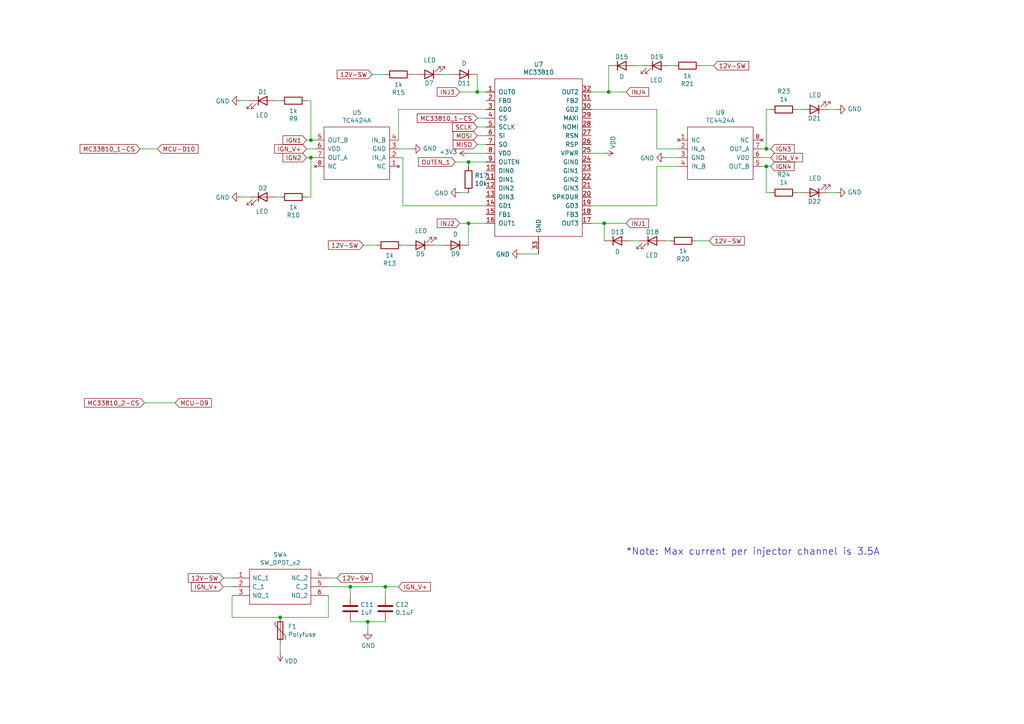
<source format=kicad_sch>
(kicad_sch (version 20250114) (generator "eeschema") (generator_version "9.0")
  (paper "A4")
  (lib_symbols
    (symbol "Device:C" (pin_numbers (hide yes)) (pin_names (offset 0.254))
      (property "Reference" "C" (at 0.635 2.54 0))
      (property "Value" "C" (at 0.635 -2.54 0))
      (symbol "C_0_1"
        (polyline (pts (xy -2.032 0.762) (xy 2.032 0.762)) (stroke (width 0.508)))
        (polyline (pts (xy -2.032 -0.762) (xy 2.032 -0.762)) (stroke (width 0.508)))
      )
      (symbol "C_1_1"
        (pin passive line (at 0 3.81 270) (length 2.794) (name "~") (number "1"))
        (pin passive line (at 0 -3.81 90) (length 2.794) (name "~") (number "2"))
      )
    )
    (symbol "Device:D" (pin_numbers (hide yes)) (pin_names (offset 1.016) (hide yes))
      (property "Reference" "D" (at 0 2.54 0))
      (property "Value" "D" (at 0 -2.54 0))
      (symbol "D_0_1"
        (polyline (pts (xy -1.27 1.27) (xy -1.27 -1.27)) (stroke (width 0.254)))
        (polyline (pts (xy 1.27 1.27) (xy 1.27 -1.27) (xy -1.27 0) (xy 1.27 1.27)) (stroke (width 0.254)))
        (polyline (pts (xy 1.27 0) (xy -1.27 0)))
      )
      (symbol "D_1_1"
        (pin passive line (at -3.81 0 0) (length 2.54) (name "K") (number "1"))
        (pin passive line (at 3.81 0 180) (length 2.54) (name "A") (number "2"))
      )
    )
    (symbol "Device:LED" (pin_numbers (hide yes)) (pin_names (offset 1.016) (hide yes))
      (property "Reference" "D" (at 0 2.54 0))
      (property "Value" "LED" (at 0 -2.54 0))
      (symbol "LED_0_1"
        (polyline (pts (xy -3.048 -0.762) (xy -4.572 -2.286) (xy -3.81 -2.286) (xy -4.572 -2.286) (xy -4.572 -1.524)))
        (polyline (pts (xy -1.778 -0.762) (xy -3.302 -2.286) (xy -2.54 -2.286) (xy -3.302 -2.286) (xy -3.302 -1.524)))
        (polyline (pts (xy -1.27 0) (xy 1.27 0)))
        (polyline (pts (xy -1.27 -1.27) (xy -1.27 1.27)) (stroke (width 0.254)))
        (polyline (pts (xy 1.27 -1.27) (xy 1.27 1.27) (xy -1.27 0) (xy 1.27 -1.27)) (stroke (width 0.254)))
      )
      (symbol "LED_1_1"
        (pin passive line (at -3.81 0 0) (length 2.54) (name "K") (number "1"))
        (pin passive line (at 3.81 0 180) (length 2.54) (name "A") (number "2"))
      )
    )
    (symbol "Device:Polyfuse" (pin_numbers (hide yes)) (pin_names (offset 0))
      (property "Reference" "F" (at -2.54 0 90))
      (property "Value" "Polyfuse" (at 2.54 0 90))
      (symbol "Polyfuse_0_1"
        (polyline (pts (xy -1.524 2.54) (xy -1.524 1.524) (xy 1.524 -1.524) (xy 1.524 -2.54)))
        (rectangle (start -0.762 2.54) (end 0.762 -2.54) (stroke (width 0.254)))
        (polyline (pts (xy 0 2.54) (xy 0 -2.54)))
      )
      (symbol "Polyfuse_1_1"
        (pin passive line (at 0 3.81 270) (length 1.27) (name "~") (number "1"))
        (pin passive line (at 0 -3.81 90) (length 1.27) (name "~") (number "2"))
      )
    )
    (symbol "Device:R" (pin_numbers (hide yes)) (pin_names (offset 0))
      (property "Reference" "R" (at 2.032 0 90))
      (property "Value" "R" (at 0 0 90))
      (symbol "R_0_1"
        (rectangle (start -1.016 -2.54) (end 1.016 2.54) (stroke (width 0.254)))
      )
      (symbol "R_1_1"
        (pin passive line (at 0 3.81 270) (length 1.27) (name "~") (number "1"))
        (pin passive line (at 0 -3.81 90) (length 1.27) (name "~") (number "2"))
      )
    )
    (symbol "IC_Automotive:MC33810" (pin_names (offset 1.016))
      (property "Reference" "U" (at 20.32 17.78 0))
      (property "Value" "MC33810" (at -12.7 34.29 0))
      (symbol "MC33810_0_0"
        (pin power_in line (at -12.7 -13.97 90) (length 5.08) (name "GND") (number "33"))
      )
      (symbol "MC33810_0_1"
        (rectangle (start -25.4 36.83) (end 0 -8.89))
      )
      (symbol "MC33810_1_1"
        (pin output line (at -27.94 33.02 0) (length 2.54) (name "OUT0") (number "1"))
        (pin input line (at -27.94 30.48 0) (length 2.54) (name "FB0") (number "2"))
        (pin output line (at -27.94 27.94 0) (length 2.54) (name "GD0") (number "3"))
        (pin input line (at -27.94 25.4 0) (length 2.54) (name "CS") (number "4"))
        (pin input line (at -27.94 22.86 0) (length 2.54) (name "SCLK") (number "5"))
        (pin input line (at -27.94 20.32 0) (length 2.54) (name "SI") (number "6"))
        (pin output line (at -27.94 17.78 0) (length 2.54) (name "SO") (number "7"))
        (pin input line (at -27.94 15.24 0) (length 2.54) (name "VDD") (number "8"))
        (pin input line (at -27.94 12.7 0) (length 2.54) (name "OUTEN") (number "9"))
        (pin input line (at -27.94 10.16 0) (length 2.54) (name "DIN0") (number "10"))
        (pin input line (at -27.94 7.62 0) (length 2.54) (name "DIN1") (number "11"))
        (pin input line (at -27.94 5.08 0) (length 2.54) (name "DIN2") (number "12"))
        (pin input line (at -27.94 2.54 0) (length 2.54) (name "DIN3") (number "13"))
        (pin output line (at -27.94 0 0) (length 2.54) (name "GD1") (number "14"))
        (pin input line (at -27.94 -2.54 0) (length 2.54) (name "FB1") (number "15"))
        (pin output line (at -27.94 -5.08 0) (length 2.54) (name "OUT1") (number "16"))
        (pin output line (at 2.54 33.02 180) (length 2.54) (name "OUT2") (number "32"))
        (pin input line (at 2.54 30.48 180) (length 2.54) (name "FB2") (number "31"))
        (pin output line (at 2.54 27.94 180) (length 2.54) (name "GD2") (number "30"))
        (pin output line (at 2.54 25.4 180) (length 2.54) (name "MAXI") (number "29"))
        (pin output line (at 2.54 22.86 180) (length 2.54) (name "NOMI") (number "28"))
        (pin input line (at 2.54 20.32 180) (length 2.54) (name "RSN") (number "27"))
        (pin input line (at 2.54 17.78 180) (length 2.54) (name "RSP") (number "26"))
        (pin power_in line (at 2.54 15.24 180) (length 2.54) (name "VPWR") (number "25"))
        (pin input line (at 2.54 12.7 180) (length 2.54) (name "GIN0") (number "24"))
        (pin input line (at 2.54 10.16 180) (length 2.54) (name "GIN1") (number "23"))
        (pin input line (at 2.54 7.62 180) (length 2.54) (name "GIN2") (number "22"))
        (pin input line (at 2.54 5.08 180) (length 2.54) (name "GIN3") (number "21"))
        (pin output line (at 2.54 2.54 180) (length 2.54) (name "SPKDUR") (number "20"))
        (pin output line (at 2.54 0 180) (length 2.54) (name "GD3") (number "19"))
        (pin input line (at 2.54 -2.54 180) (length 2.54) (name "FB3") (number "18"))
        (pin output line (at 2.54 -5.08 180) (length 2.54) (name "OUT3") (number "17"))
      )
    )
    (symbol "IC_Automotive:TC4424A" (pin_names (offset 1.016))
      (property "Reference" "U" (at -7.62 38.1 0))
      (property "Value" "TC4424A" (at -15.24 38.1 0))
      (symbol "TC4424A_0_1"
        (rectangle (start -25.4 36.83) (end -6.35 21.59))
      )
      (symbol "TC4424A_1_1"
        (pin no_connect line (at -27.94 33.02 0) (length 2.54) (name "NC") (number "1"))
        (pin input line (at -27.94 30.48 0) (length 2.54) (name "IN_A") (number "2"))
        (pin power_in line (at -27.94 27.94 0) (length 2.54) (name "GND") (number "3"))
        (pin input line (at -27.94 25.4 0) (length 2.54) (name "IN_B") (number "4"))
        (pin no_connect line (at -3.81 33.02 180) (length 2.54) (name "NC") (number "8"))
        (pin output line (at -3.81 30.48 180) (length 2.54) (name "OUT_A") (number "7"))
        (pin power_in line (at -3.81 27.94 180) (length 2.54) (name "VDD") (number "6"))
        (pin input line (at -3.81 25.4 180) (length 2.54) (name "OUT_B") (number "5"))
      )
    )
    (symbol "Misc:AYZ0202AGRLC" (pin_names (offset 0.762))
      (property "Reference" "S" (at 24.13 7.62 0))
      (property "Value" "AYZ0202AGRLC" (at 24.13 5.08 0))
      (symbol "AYZ0202AGRLC_0_0"
        (pin bidirectional line (at 0 0 0) (length 5.08) (name "NC_1") (number "1"))
        (pin bidirectional line (at 0 -2.54 0) (length 5.08) (name "C_1") (number "2"))
        (pin bidirectional line (at 0 -5.08 0) (length 5.08) (name "NO_1") (number "3"))
        (pin bidirectional line (at 27.94 0 180) (length 5.08) (name "NC_2") (number "4"))
        (pin bidirectional line (at 27.94 -2.54 180) (length 5.08) (name "C_2") (number "5"))
        (pin bidirectional line (at 27.94 -5.08 180) (length 5.08) (name "NO_2") (number "6"))
      )
      (symbol "AYZ0202AGRLC_0_1"
        (polyline (pts (xy 5.08 2.54) (xy 22.86 2.54) (xy 22.86 -7.62) (xy 5.08 -7.62) (xy 5.08 2.54)) (stroke (width 0.1524)))
      )
    )
    (symbol "power:+3V3" (power) (pin_names (offset 0))
      (property "Value" "+3V3" (at 0 3.556 0))
      (symbol "+3V3_0_1"
        (polyline (pts (xy -0.762 1.27) (xy 0 2.54)))
        (polyline (pts (xy 0 2.54) (xy 0.762 1.27)))
        (polyline (pts (xy 0 0) (xy 0 2.54)))
      )
      (symbol "+3V3_1_1"
        (pin power_in line (at 0 0 90) (length 0) (hide yes) (name "+3V3") (number "1"))
      )
    )
    (symbol "power:GND" (power) (pin_names (offset 0))
      (property "Value" "GND" (at 0 -3.81 0))
      (symbol "GND_0_1"
        (polyline (pts (xy 0 0) (xy 0 -1.27) (xy 1.27 -1.27) (xy 0 -2.54) (xy -1.27 -1.27) (xy 0 -1.27)))
      )
      (symbol "GND_1_1"
        (pin power_in line (at 0 0 270) (length 0) (hide yes) (name "GND") (number "1"))
      )
    )
    (symbol "power:VDD" (power) (pin_names (offset 0))
      (property "Value" "VDD" (at 0 3.81 0))
      (symbol "VDD_0_1"
        (polyline (pts (xy -0.762 1.27) (xy 0 2.54)))
        (polyline (pts (xy 0 2.54) (xy 0.762 1.27)))
        (polyline (pts (xy 0 0) (xy 0 2.54)))
      )
      (symbol "VDD_1_1"
        (pin power_in line (at 0 0 90) (length 0) (hide yes) (name "VDD") (number "1"))
      )
    )
  )
  (text "*Note: Max current per injector channel is 3.5A" (at 181.61 161.29 0) (effects (font (size 2.0066 2.0066)) (justify left bottom)))
  (junction (at 135.89 46.99))
  (junction (at 222.25 48.26))
  (junction (at 138.43 26.67))
  (junction (at 90.17 40.64))
  (junction (at 81.28 179.07))
  (junction (at 222.25 43.18))
  (junction (at 135.89 64.77))
  (junction (at 111.76 170.18))
  (junction (at 175.26 64.77))
  (junction (at 101.6 170.18))
  (junction (at 90.17 45.72))
  (junction (at 176.53 26.67))
  (junction (at 106.68 180.34))
  (wire (pts (xy 69.85 29.21) (xy 72.39 29.21)))
  (wire (pts (xy 106.68 180.34) (xy 101.6 180.34)))
  (wire (pts (xy 101.6 172.72) (xy 101.6 170.18)))
  (wire (pts (xy 111.76 172.72) (xy 111.76 170.18)))
  (wire (pts (xy 125.73 71.12) (xy 128.27 71.12)))
  (wire (pts (xy 151.13 73.66) (xy 156.21 73.66)))
  (wire (pts (xy 176.53 26.67) (xy 181.61 26.67)))
  (wire (pts (xy 176.53 19.05) (xy 176.53 26.67)))
  (wire (pts (xy 90.17 29.21) (xy 88.9 29.21)))
  (wire (pts (xy 171.45 26.67) (xy 176.53 26.67)))
  (wire (pts (xy 138.43 39.37) (xy 140.97 39.37)))
  (wire (pts (xy 106.68 182.88) (xy 106.68 180.34)))
  (wire (pts (xy 116.84 59.69) (xy 140.97 59.69)))
  (wire (pts (xy 69.85 57.15) (xy 72.39 57.15)))
  (wire (pts (xy 196.85 48.26) (xy 190.5 48.26)))
  (wire (pts (xy 111.76 180.34) (xy 106.68 180.34)))
  (wire (pts (xy 97.79 167.64) (xy 95.25 167.64)))
  (wire (pts (xy 67.31 179.07) (xy 67.31 172.72)))
  (wire (pts (xy 140.97 31.75) (xy 115.57 31.75)))
  (wire (pts (xy 207.01 19.05) (xy 203.2 19.05)))
  (wire (pts (xy 90.17 45.72) (xy 91.44 45.72)))
  (wire (pts (xy 135.89 64.77) (xy 140.97 64.77)))
  (wire (pts (xy 95.25 179.07) (xy 95.25 172.72)))
  (wire (pts (xy 182.88 69.85) (xy 185.42 69.85)))
  (wire (pts (xy 90.17 57.15) (xy 90.17 45.72)))
  (wire (pts (xy 175.26 44.45) (xy 171.45 44.45)))
  (wire (pts (xy 205.74 69.85) (xy 201.93 69.85)))
  (wire (pts (xy 64.77 170.18) (xy 67.31 170.18)))
  (wire (pts (xy 242.57 55.88) (xy 240.03 55.88)))
  (wire (pts (xy 115.57 170.18) (xy 111.76 170.18)))
  (wire (pts (xy 81.28 57.15) (xy 80.01 57.15)))
  (wire (pts (xy 88.9 40.64) (xy 90.17 40.64)))
  (wire (pts (xy 90.17 57.15) (xy 88.9 57.15)))
  (wire (pts (xy 50.8 116.84) (xy 41.91 116.84)))
  (wire (pts (xy 90.17 29.21) (xy 90.17 40.64)))
  (wire (pts (xy 222.25 55.88) (xy 223.52 55.88)))
  (wire (pts (xy 223.52 45.72) (xy 220.98 45.72)))
  (wire (pts (xy 190.5 59.69) (xy 171.45 59.69)))
  (wire (pts (xy 175.26 69.85) (xy 175.26 64.77)))
  (wire (pts (xy 115.57 31.75) (xy 115.57 40.64)))
  (wire (pts (xy 231.14 31.75) (xy 232.41 31.75)))
  (wire (pts (xy 105.41 71.12) (xy 109.22 71.12)))
  (wire (pts (xy 220.98 48.26) (xy 222.25 48.26)))
  (wire (pts (xy 88.9 43.18) (xy 91.44 43.18)))
  (wire (pts (xy 138.43 26.67) (xy 140.97 26.67)))
  (wire (pts (xy 107.95 21.59) (xy 111.76 21.59)))
  (wire (pts (xy 223.52 43.18) (xy 222.25 43.18)))
  (wire (pts (xy 193.04 45.72) (xy 196.85 45.72)))
  (wire (pts (xy 181.61 64.77) (xy 175.26 64.77)))
  (wire (pts (xy 138.43 36.83) (xy 140.97 36.83)))
  (wire (pts (xy 195.58 19.05) (xy 194.31 19.05)))
  (wire (pts (xy 130.81 21.59) (xy 128.27 21.59)))
  (wire (pts (xy 116.84 45.72) (xy 115.57 45.72)))
  (wire (pts (xy 222.25 48.26) (xy 223.52 48.26)))
  (wire (pts (xy 138.43 34.29) (xy 140.97 34.29)))
  (wire (pts (xy 190.5 48.26) (xy 190.5 59.69)))
  (wire (pts (xy 116.84 71.12) (xy 118.11 71.12)))
  (wire (pts (xy 111.76 170.18) (xy 101.6 170.18)))
  (wire (pts (xy 133.35 55.88) (xy 135.89 55.88)))
  (wire (pts (xy 135.89 44.45) (xy 140.97 44.45)))
  (wire (pts (xy 175.26 64.77) (xy 171.45 64.77)))
  (wire (pts (xy 101.6 170.18) (xy 95.25 170.18)))
  (wire (pts (xy 81.28 179.07) (xy 95.25 179.07)))
  (wire (pts (xy 88.9 45.72) (xy 90.17 45.72)))
  (wire (pts (xy 81.28 29.21) (xy 80.01 29.21)))
  (wire (pts (xy 196.85 43.18) (xy 190.5 43.18)))
  (wire (pts (xy 231.14 55.88) (xy 232.41 55.88)))
  (wire (pts (xy 119.38 43.18) (xy 115.57 43.18)))
  (wire (pts (xy 133.35 26.67) (xy 138.43 26.67)))
  (wire (pts (xy 190.5 31.75) (xy 171.45 31.75)))
  (wire (pts (xy 190.5 43.18) (xy 190.5 31.75)))
  (wire (pts (xy 194.31 69.85) (xy 193.04 69.85)))
  (wire (pts (xy 81.28 189.23) (xy 81.28 186.69)))
  (wire (pts (xy 222.25 31.75) (xy 223.52 31.75)))
  (wire (pts (xy 222.25 31.75) (xy 222.25 43.18)))
  (wire (pts (xy 135.89 71.12) (xy 135.89 64.77)))
  (wire (pts (xy 133.35 64.77) (xy 135.89 64.77)))
  (wire (pts (xy 242.57 31.75) (xy 240.03 31.75)))
  (wire (pts (xy 40.64 43.18) (xy 45.72 43.18)))
  (wire (pts (xy 81.28 179.07) (xy 67.31 179.07)))
  (wire (pts (xy 138.43 41.91) (xy 140.97 41.91)))
  (wire (pts (xy 67.31 167.64) (xy 64.77 167.64)))
  (wire (pts (xy 138.43 21.59) (xy 138.43 26.67)))
  (wire (pts (xy 135.89 48.26) (xy 135.89 46.99)))
  (wire (pts (xy 184.15 19.05) (xy 186.69 19.05)))
  (wire (pts (xy 135.89 46.99) (xy 140.97 46.99)))
  (wire (pts (xy 132.08 46.99) (xy 135.89 46.99)))
  (wire (pts (xy 90.17 40.64) (xy 91.44 40.64)))
  (wire (pts (xy 222.25 55.88) (xy 222.25 48.26)))
  (wire (pts (xy 116.84 59.69) (xy 116.84 45.72)))
  (wire (pts (xy 222.25 43.18) (xy 220.98 43.18)))
  (wire (pts (xy 119.38 21.59) (xy 120.65 21.59)))
  (global_label "IGN2" (shape input) (at 88.9 45.72 180) (property "Intersheetrefs" "${INTERSHEET_REFS}" (effects (hide yes))))
  (global_label "IGN_V+" (shape input) (at 64.77 170.18 180) (property "Intersheetrefs" "${INTERSHEET_REFS}" (effects (hide yes))))
  (global_label "12V-SW" (shape input) (at 207.01 19.05 0) (property "Intersheetrefs" "${INTERSHEET_REFS}" (effects (hide yes))))
  (global_label "MOSI" (shape input) (at 138.43 39.37 180) (property "Intersheetrefs" "${INTERSHEET_REFS}" (effects (hide yes))))
  (global_label "INJ3" (shape input) (at 133.35 26.67 180) (property "Intersheetrefs" "${INTERSHEET_REFS}" (effects (hide yes))))
  (global_label "INJ4" (shape input) (at 181.61 26.67 0) (property "Intersheetrefs" "${INTERSHEET_REFS}" (effects (hide yes))))
  (global_label "MISO" (shape input) (at 138.43 41.91 180) (property "Intersheetrefs" "${INTERSHEET_REFS}" (effects (hide yes))))
  (global_label "12V-SW" (shape input) (at 107.95 21.59 180) (property "Intersheetrefs" "${INTERSHEET_REFS}" (effects (hide yes))))
  (global_label "INJ1" (shape input) (at 181.61 64.77 0) (property "Intersheetrefs" "${INTERSHEET_REFS}" (effects (hide yes))))
  (global_label "IGN4" (shape input) (at 223.52 48.26 0) (property "Intersheetrefs" "${INTERSHEET_REFS}" (effects (hide yes))))
  (global_label "12V-SW" (shape input) (at 64.77 167.64 180) (property "Intersheetrefs" "${INTERSHEET_REFS}" (effects (hide yes))))
  (global_label "MC33810_1-CS" (shape input) (at 40.64 43.18 180) (property "Intersheetrefs" "${INTERSHEET_REFS}" (effects (hide yes))))
  (global_label "MC33810_1-CS" (shape input) (at 138.43 34.29 180) (property "Intersheetrefs" "${INTERSHEET_REFS}" (effects (hide yes))))
  (global_label "INJ2" (shape input) (at 133.35 64.77 180) (property "Intersheetrefs" "${INTERSHEET_REFS}" (effects (hide yes))))
  (global_label "IGN_V+" (shape input) (at 115.57 170.18 0) (property "Intersheetrefs" "${INTERSHEET_REFS}" (effects (hide yes))))
  (global_label "IGN3" (shape input) (at 223.52 43.18 0) (property "Intersheetrefs" "${INTERSHEET_REFS}" (effects (hide yes))))
  (global_label "IGN1" (shape input) (at 88.9 40.64 180) (property "Intersheetrefs" "${INTERSHEET_REFS}" (effects (hide yes))))
  (global_label "MCU-D10" (shape input) (at 45.72 43.18 0) (property "Intersheetrefs" "${INTERSHEET_REFS}" (effects (hide yes))))
  (global_label "OUTEN_1" (shape input) (at 132.08 46.99 180) (property "Intersheetrefs" "${INTERSHEET_REFS}" (effects (hide yes))))
  (global_label "MC33810_2-CS" (shape input) (at 41.91 116.84 180) (property "Intersheetrefs" "${INTERSHEET_REFS}" (effects (hide yes))))
  (global_label "12V-SW" (shape input) (at 105.41 71.12 180) (property "Intersheetrefs" "${INTERSHEET_REFS}" (effects (hide yes))))
  (global_label "IGN_V+" (shape input) (at 88.9 43.18 180) (property "Intersheetrefs" "${INTERSHEET_REFS}" (effects (hide yes))))
  (global_label "12V-SW" (shape input) (at 205.74 69.85 0) (property "Intersheetrefs" "${INTERSHEET_REFS}" (effects (hide yes))))
  (global_label "SCLK" (shape input) (at 138.43 36.83 180) (property "Intersheetrefs" "${INTERSHEET_REFS}" (effects (hide yes))))
  (global_label "IGN_V+" (shape input) (at 223.52 45.72 0) (property "Intersheetrefs" "${INTERSHEET_REFS}" (effects (hide yes))))
  (global_label "12V-SW" (shape input) (at 97.79 167.64 0) (property "Intersheetrefs" "${INTERSHEET_REFS}" (effects (hide yes))))
  (global_label "MCU-D9" (shape input) (at 50.8 116.84 0) (property "Intersheetrefs" "${INTERSHEET_REFS}" (effects (hide yes))))
  (symbol (lib_id "power:GND") (at 133.35 55.88 270) (unit 1)
    (property "Reference" "#PWR037" (effects (hide yes)))
    (property "Value" "GND" (at 130.0988 56.007 90) (effects (justify right)))
  )
  (symbol (lib_id "Device:R") (at 85.09 29.21 90) (unit 1)
    (property "Reference" "R9" (at 85.09 34.4678 90))
    (property "Value" "1k" (at 85.09 32.1564 90))
    (property "Footprint" "Resistor_SMD:R_0805_2012Metric" (effects (hide yes)))
    (property "Digikey Part Number" "311-1.00KCRCT-ND" (effects (hide yes)))
    (property "Manufacturer_Name" "Yageo" (effects (hide yes)))
    (property "Manufacturer_Part_Number" "RC0805FR-071KL" (effects (hide yes)))
    (property "URL" "https://www.digikey.com/product-detail/en/yageo/RC0805FR-071KL/311-1.00KCRCT-ND/730391" (effects (hide yes)))
  )
  (symbol (lib_id "Device:R") (at 135.89 52.07 0) (unit 1)
    (property "Reference" "R17" (at 137.668 50.9016 0) (effects (justify left)))
    (property "Value" "10k" (at 137.668 53.213 0) (effects (justify left)))
    (property "Footprint" "Resistor_SMD:R_0805_2012Metric" (effects (hide yes)))
    (property "Digikey Part Number" "311-10KARCT-ND" (effects (hide yes)))
    (property "Manufacturer_Name" "Yageo" (effects (hide yes)))
    (property "Manufacturer_Part_Number" "RC0805JR-0710KL" (effects (hide yes)))
    (property "URL" "https://www.digikey.com/product-detail/en/yageo/RC0805JR-0710KL/311-10KARCT-ND/731188" (effects (hide yes)))
  )
  (symbol (lib_id "Device:LED") (at 190.5 19.05 0) (unit 1)
    (property "Reference" "D19" (at 190.5 16.51 0))
    (property "Value" "LED" (at 190.3222 23.2156 0))
    (property "Footprint" "LED_SMD:LED_0805_2012Metric" (effects (hide yes)))
    (property "Digikey Part Number" "475-1415-1-ND" (effects (hide yes)))
    (property "Manufacturer_Name" "OSRAM" (effects (hide yes)))
    (property "Manufacturer_Part_Number" "LH R974-LP-1" (effects (hide yes)))
    (property "URL" "https://www.digikey.com/product-detail/en/osram-opto-semiconductors-inc/LH-R974-LP-1/475-1415-1-ND/1802604" (effects (hide yes)))
  )
  (symbol (lib_id "Device:Polyfuse") (at 81.28 182.88 0) (unit 1)
    (property "Reference" "F1" (at 83.5152 181.7116 0) (effects (justify left)))
    (property "Value" "Polyfuse" (at 83.5152 184.023 0) (effects (justify left)))
    (property "Footprint" "Fuse:Fuse_1812_4532Metric" (effects (hide yes)))
    (property "Digikey Part Number" "507-1361-1-ND" (effects (hide yes)))
    (property "Manufacturer_Name" "Bel Fuse Inc." (effects (hide yes)))
    (property "Manufacturer_Part_Number" "0ZCC0050FF2C" (effects (hide yes)))
    (property "URL" "https://www.digikey.com.au/product-detail/en/bel-fuse-inc/0ZCC0050FF2C/507-1361-1-ND/1560228" (effects (hide yes)))
  )
  (symbol (lib_id "Device:R") (at 198.12 69.85 90) (unit 1)
    (property "Reference" "R20" (at 198.12 75.1078 90))
    (property "Value" "1k" (at 198.12 72.7964 90))
    (property "Footprint" "Resistor_SMD:R_0805_2012Metric" (effects (hide yes)))
    (property "Digikey Part Number" "311-1.00KCRCT-ND" (effects (hide yes)))
    (property "Manufacturer_Name" "Yageo" (effects (hide yes)))
    (property "Manufacturer_Part_Number" "RC0805FR-071KL" (effects (hide yes)))
    (property "URL" "https://www.digikey.com/product-detail/en/yageo/RC0805FR-071KL/311-1.00KCRCT-ND/730391" (effects (hide yes)))
  )
  (symbol (lib_id "Device:R") (at 113.03 71.12 270) (mirror x) (unit 1)
    (property "Reference" "R13" (at 113.03 76.3778 90))
    (property "Value" "1k" (at 113.03 74.0664 90))
    (property "Footprint" "Resistor_SMD:R_0805_2012Metric" (effects (hide yes)))
    (property "Digikey Part Number" "311-1.00KCRCT-ND" (effects (hide yes)))
    (property "Manufacturer_Name" "Yageo" (effects (hide yes)))
    (property "Manufacturer_Part_Number" "RC0805FR-071KL" (effects (hide yes)))
    (property "URL" "https://www.digikey.com/product-detail/en/yageo/RC0805FR-071KL/311-1.00KCRCT-ND/730391" (effects (hide yes)))
  )
  (symbol (lib_id "Device:LED") (at 121.92 71.12 180) (unit 1)
    (property "Reference" "D5" (at 121.92 73.66 0))
    (property "Value" "LED" (at 122.0978 66.9544 0))
    (property "Footprint" "LED_SMD:LED_0805_2012Metric" (effects (hide yes)))
    (property "Digikey Part Number" "475-1415-1-ND" (effects (hide yes)))
    (property "Manufacturer_Name" "OSRAM" (effects (hide yes)))
    (property "Manufacturer_Part_Number" "LH R974-LP-1" (effects (hide yes)))
    (property "URL" "https://www.digikey.com/product-detail/en/osram-opto-semiconductors-inc/LH-R974-LP-1/475-1415-1-ND/1802604" (effects (hide yes)))
  )
  (symbol (lib_id "power:+3V3") (at 135.89 44.45 90) (unit 1)
    (property "Reference" "#PWR039" (effects (hide yes)))
    (property "Value" "+3V3" (at 132.6388 44.069 90) (effects (justify left)))
  )
  (symbol (lib_id "power:VDD") (at 175.26 44.45 270) (unit 1)
    (property "Reference" "#PWR043" (effects (hide yes)))
    (property "Value" "VDD" (at 177.8 39.37 0) (effects (justify left)))
  )
  (symbol (lib_id "Device:LED") (at 76.2 29.21 0) (unit 1)
    (property "Reference" "D1" (at 76.2 26.67 0))
    (property "Value" "LED" (at 76.0222 33.3756 0))
    (property "Footprint" "LED_SMD:LED_0805_2012Metric" (effects (hide yes)))
    (property "Digikey Part Number" "SML-H12D8TT86CCT-ND" (effects (hide yes)))
    (property "Manufacturer_Name" "Rohm Semiconductor" (effects (hide yes)))
    (property "Manufacturer_Part_Number" "SML-H12D8TT86C" (effects (hide yes)))
    (property "URL" "https://www.digikey.com.au/product-detail/en/rohm-semiconductor/SML-H12D8TT86C/SML-H12D8TT86CCT-ND/9090486" (effects (hide yes)))
  )
  (symbol (lib_id "Device:LED") (at 189.23 69.85 0) (unit 1)
    (property "Reference" "D18" (at 189.23 67.31 0))
    (property "Value" "LED" (at 189.0522 74.0156 0))
    (property "Footprint" "LED_SMD:LED_0805_2012Metric" (effects (hide yes)))
    (property "Digikey Part Number" "475-1415-1-ND" (effects (hide yes)))
    (property "Manufacturer_Name" "OSRAM" (effects (hide yes)))
    (property "Manufacturer_Part_Number" "LH R974-LP-1" (effects (hide yes)))
    (property "URL" "https://www.digikey.com/product-detail/en/osram-opto-semiconductors-inc/LH-R974-LP-1/475-1415-1-ND/1802604" (effects (hide yes)))
  )
  (symbol (lib_id "Device:LED") (at 124.46 21.59 180) (unit 1)
    (property "Reference" "D7" (at 124.46 24.13 0))
    (property "Value" "LED" (at 124.6378 17.4244 0))
    (property "Footprint" "LED_SMD:LED_0805_2012Metric" (effects (hide yes)))
    (property "Digikey Part Number" "475-1415-1-ND" (effects (hide yes)))
    (property "Manufacturer_Name" "OSRAM" (effects (hide yes)))
    (property "Manufacturer_Part_Number" "LH R974-LP-1" (effects (hide yes)))
    (property "URL" "https://www.digikey.com/product-detail/en/osram-opto-semiconductors-inc/LH-R974-LP-1/475-1415-1-ND/1802604" (effects (hide yes)))
  )
  (symbol (lib_id "Device:R") (at 227.33 31.75 270) (unit 1)
    (property "Reference" "R23" (at 227.33 26.4922 90))
    (property "Value" "1k" (at 227.33 28.8036 90))
    (property "Footprint" "Resistor_SMD:R_0805_2012Metric" (effects (hide yes)))
    (property "Digikey Part Number" "311-1.00KCRCT-ND" (effects (hide yes)))
    (property "Manufacturer_Name" "Yageo" (effects (hide yes)))
    (property "Manufacturer_Part_Number" "RC0805FR-071KL" (effects (hide yes)))
    (property "URL" "https://www.digikey.com/product-detail/en/yageo/RC0805FR-071KL/311-1.00KCRCT-ND/730391" (effects (hide yes)))
  )
  (symbol (lib_id "Device:LED") (at 236.22 55.88 180) (unit 1)
    (property "Reference" "D22" (at 236.22 58.42 0))
    (property "Value" "LED" (at 236.3978 51.7144 0))
    (property "Footprint" "LED_SMD:LED_0805_2012Metric" (effects (hide yes)))
    (property "Digikey Part Number" "SML-H12D8TT86CCT-ND" (effects (hide yes)))
    (property "Manufacturer_Name" "Rohm Semiconductor" (effects (hide yes)))
    (property "Manufacturer_Part_Number" "SML-H12D8TT86C" (effects (hide yes)))
    (property "URL" "https://www.digikey.com.au/product-detail/en/rohm-semiconductor/SML-H12D8TT86C/SML-H12D8TT86CCT-ND/9090486" (effects (hide yes)))
  )
  (symbol (lib_id "Device:R") (at 199.39 19.05 90) (unit 1)
    (property "Reference" "R21" (at 199.39 24.3078 90))
    (property "Value" "1k" (at 199.39 21.9964 90))
    (property "Footprint" "Resistor_SMD:R_0805_2012Metric" (effects (hide yes)))
    (property "Digikey Part Number" "311-1.00KCRCT-ND" (effects (hide yes)))
    (property "Manufacturer_Name" "Yageo" (effects (hide yes)))
    (property "Manufacturer_Part_Number" "RC0805FR-071KL" (effects (hide yes)))
    (property "URL" "https://www.digikey.com/product-detail/en/yageo/RC0805FR-071KL/311-1.00KCRCT-ND/730391" (effects (hide yes)))
  )
  (symbol (lib_id "Device:C") (at 101.6 176.53 0) (unit 1)
    (property "Reference" "C11" (at 104.521 175.3616 0) (effects (justify left)))
    (property "Value" "1uF" (at 104.521 177.673 0) (effects (justify left)))
    (property "Footprint" "Capacitor_SMD:C_0805_2012Metric" (effects (hide yes)))
    (property "Digikey Part Number" "311-1365-1-ND" (effects (hide yes)))
    (property "Manufacturer_Name" "Yageo" (effects (hide yes)))
    (property "Manufacturer_Part_Number" "CC0805KKX7R7BB105" (effects (hide yes)))
    (property "URL" "https://www.digikey.com/product-detail/en/yageo/CC0805KKX7R7BB105/311-1365-1-ND/2103149" (effects (hide yes)))
  )
  (symbol (lib_id "IC_Automotive:TC4424A") (at 87.63 15.24 180) (unit 1)
    (property "Reference" "U5" (at 103.505 32.639 0))
    (property "Value" "TC4424A" (at 103.505 34.9504 0))
    (property "Footprint" "Package_SO:SOIC-8_3.9x4.9mm_P1.27mm" (effects (hide yes)))
    (property "Digikey Part Number" "TC4424AVOA-ND" (effects (hide yes)))
    (property "Manufacturer_Name" "Microchip" (effects (hide yes)))
    (property "Manufacturer_Part_Number" "TC4424AVOA" (effects (hide yes)))
    (property "URL" "https://www.digikey.com/product-detail/en/microchip-technology/TC4424AVOA/TC4424AVOA-ND/1098908" (effects (hide yes)))
  )
  (symbol (lib_id "power:GND") (at 242.57 31.75 90) (unit 1)
    (property "Reference" "#PWR047" (effects (hide yes)))
    (property "Value" "GND" (at 245.8212 31.623 90) (effects (justify right)))
  )
  (symbol (lib_id "Device:D") (at 134.62 21.59 180) (unit 1)
    (property "Reference" "D11" (at 134.62 24.13 0))
    (property "Value" "D" (at 134.62 18.415 0))
    (property "Footprint" "Diode_SMD:D_SOD-323" (effects (hide yes)))
    (property "Digikey Part Number" "1N4448WXTPMSCT-ND" (effects (hide yes)))
    (property "Manufacturer_Name" "MCC" (effects (hide yes)))
    (property "Manufacturer_Part_Number" "1N4448WX-TP" (effects (hide yes)))
    (property "URL" "https://www.digikey.com/product-detail/en/micro-commercial-co/1N4448WX-TP/1N4448WXTPMSCT-ND/789338" (effects (hide yes)))
  )
  (symbol (lib_id "Misc:AYZ0202AGRLC") (at 67.31 167.64 0) (unit 1)
    (property "Reference" "SW4" (at 81.28 160.909 0))
    (property "Value" "SW_DPDT_x2" (at 81.28 163.2204 0))
    (property "Footprint" "Misc:AYZ0202AGRLC" (effects (hide yes)))
    (property "Description" "AYZ0202AGRLC (Slide Switches)" (effects (hide yes)))
    (property "RS Part Number" "7931504P" (effects (hide yes)))
    (property "RS Price/Stock" "http://uk.rs-online.com/web/p/products/7931504P" (effects (hide yes)))
    (property "Manufacturer_Name" "C & K COMPONENTS" (effects (hide yes)))
    (property "Manufacturer_Part_Number" "AYZ0202AGRLC" (effects (hide yes)))
    (property "Allied_Number" "70417470" (effects (hide yes)))
    (property "Digikey Part Number" "401-2013-1-ND" (effects (hide yes)))
    (property "URL" "https://www.digikey.com.au/product-detail/en/c-k/AYZ0202AGRLC/401-2013-1-ND/1640122" (effects (hide yes)))
  )
  (symbol (lib_id "power:GND") (at 151.13 73.66 270) (unit 1)
    (property "Reference" "#PWR041" (effects (hide yes)))
    (property "Value" "GND" (at 147.8788 73.787 90) (effects (justify right)))
  )
  (symbol (lib_id "Device:D") (at 179.07 69.85 0) (unit 1)
    (property "Reference" "D13" (at 179.07 67.31 0))
    (property "Value" "D" (at 179.07 73.025 0))
    (property "Footprint" "Diode_SMD:D_SOD-323" (effects (hide yes)))
    (property "Digikey Part Number" "1N4448WXTPMSCT-ND" (effects (hide yes)))
    (property "Manufacturer_Name" "MCC" (effects (hide yes)))
    (property "Manufacturer_Part_Number" "1N4448WX-TP" (effects (hide yes)))
    (property "URL" "https://www.digikey.com/product-detail/en/micro-commercial-co/1N4448WX-TP/1N4448WXTPMSCT-ND/789338" (effects (hide yes)))
  )
  (symbol (lib_id "IC_Automotive:TC4424A") (at 224.79 73.66 0) (unit 1)
    (property "Reference" "U9" (at 208.915 32.639 0))
    (property "Value" "TC4424A" (at 208.915 34.9504 0))
    (property "Footprint" "Package_SO:SOIC-8_3.9x4.9mm_P1.27mm" (effects (hide yes)))
    (property "Digikey Part Number" "TC4424AVOA-ND" (effects (hide yes)))
    (property "Manufacturer_Name" "Microchip" (effects (hide yes)))
    (property "Manufacturer_Part_Number" "TC4424AVOA" (effects (hide yes)))
    (property "URL" "https://www.digikey.com/product-detail/en/microchip-technology/TC4424AVOA/TC4424AVOA-ND/1098908" (effects (hide yes)))
  )
  (symbol (lib_id "Device:R") (at 85.09 57.15 90) (unit 1)
    (property "Reference" "R10" (at 85.09 62.4078 90))
    (property "Value" "1k" (at 85.09 60.0964 90))
    (property "Footprint" "Resistor_SMD:R_0805_2012Metric" (effects (hide yes)))
    (property "Digikey Part Number" "311-1.00KCRCT-ND" (effects (hide yes)))
    (property "Manufacturer_Name" "Yageo" (effects (hide yes)))
    (property "Manufacturer_Part_Number" "RC0805FR-071KL" (effects (hide yes)))
    (property "URL" "https://www.digikey.com/product-detail/en/yageo/RC0805FR-071KL/311-1.00KCRCT-ND/730391" (effects (hide yes)))
  )
  (symbol (lib_id "power:VDD") (at 81.28 189.23 180) (unit 1)
    (property "Reference" "#PWR033" (effects (hide yes)))
    (property "Value" "VDD" (at 86.36 191.77 0) (effects (justify left)))
  )
  (symbol (lib_id "power:GND") (at 69.85 29.21 270) (unit 1)
    (property "Reference" "#PWR029" (effects (hide yes)))
    (property "Value" "GND" (at 66.5988 29.337 90) (effects (justify right)))
  )
  (symbol (lib_id "Device:C") (at 111.76 176.53 0) (unit 1)
    (property "Reference" "C12" (at 114.681 175.3616 0) (effects (justify left)))
    (property "Value" "0.1uF" (at 114.681 177.673 0) (effects (justify left)))
    (property "Footprint" "Capacitor_SMD:C_0805_2012Metric" (effects (hide yes)))
    (property "Digikey Part Number" "311-1140-1-ND" (effects (hide yes)))
    (property "Manufacturer_Name" "Yageo" (effects (hide yes)))
    (property "Manufacturer_Part_Number" "CC0805KRX7R9BB104" (effects (hide yes)))
    (property "URL" "https://www.digikey.com.au/product-detail/en/yageo/CC0805KRX7R9BB104/311-1140-1-ND/303050" (effects (hide yes)))
  )
  (symbol (lib_id "Device:D") (at 132.08 71.12 180) (unit 1)
    (property "Reference" "D9" (at 132.08 73.66 0))
    (property "Value" "D" (at 132.08 67.945 0))
    (property "Footprint" "Diode_SMD:D_SOD-323" (effects (hide yes)))
    (property "Digikey Part Number" "1N4448WXTPMSCT-ND" (effects (hide yes)))
    (property "Manufacturer_Name" "MCC" (effects (hide yes)))
    (property "Manufacturer_Part_Number" "1N4448WX-TP" (effects (hide yes)))
    (property "URL" "https://www.digikey.com/product-detail/en/micro-commercial-co/1N4448WX-TP/1N4448WXTPMSCT-ND/789338" (effects (hide yes)))
  )
  (symbol (lib_id "Device:LED") (at 236.22 31.75 180) (unit 1)
    (property "Reference" "D21" (at 236.22 34.29 0))
    (property "Value" "LED" (at 236.3978 27.5844 0))
    (property "Footprint" "LED_SMD:LED_0805_2012Metric" (effects (hide yes)))
    (property "Digikey Part Number" "SML-H12D8TT86CCT-ND" (effects (hide yes)))
    (property "Manufacturer_Name" "Rohm Semiconductor" (effects (hide yes)))
    (property "Manufacturer_Part_Number" "SML-H12D8TT86C" (effects (hide yes)))
    (property "URL" "https://www.digikey.com.au/product-detail/en/rohm-semiconductor/SML-H12D8TT86C/SML-H12D8TT86CCT-ND/9090486" (effects (hide yes)))
  )
  (symbol (lib_id "Device:R") (at 115.57 21.59 90) (unit 1)
    (property "Reference" "R15" (at 115.57 26.8478 90))
    (property "Value" "1k" (at 115.57 24.5364 90))
    (property "Footprint" "Resistor_SMD:R_0805_2012Metric" (effects (hide yes)))
    (property "Digikey Part Number" "311-1.00KCRCT-ND" (effects (hide yes)))
    (property "Manufacturer_Name" "Yageo" (effects (hide yes)))
    (property "Manufacturer_Part_Number" "RC0805FR-071KL" (effects (hide yes)))
    (property "URL" "https://www.digikey.com/product-detail/en/yageo/RC0805FR-071KL/311-1.00KCRCT-ND/730391" (effects (hide yes)))
  )
  (symbol (lib_id "power:GND") (at 193.04 45.72 270) (unit 1)
    (property "Reference" "#PWR045" (effects (hide yes)))
    (property "Value" "GND" (at 189.7888 45.847 90) (effects (justify right)))
  )
  (symbol (lib_id "power:GND") (at 69.85 57.15 270) (unit 1)
    (property "Reference" "#PWR030" (effects (hide yes)))
    (property "Value" "GND" (at 66.5988 57.277 90) (effects (justify right)))
  )
  (symbol (lib_id "Device:LED") (at 76.2 57.15 0) (unit 1)
    (property "Reference" "D2" (at 76.2 54.61 0))
    (property "Value" "LED" (at 76.0222 61.3156 0))
    (property "Footprint" "LED_SMD:LED_0805_2012Metric" (effects (hide yes)))
    (property "Digikey Part Number" "SML-H12D8TT86CCT-ND" (effects (hide yes)))
    (property "Manufacturer_Name" "Rohm Semiconductor" (effects (hide yes)))
    (property "Manufacturer_Part_Number" "SML-H12D8TT86C" (effects (hide yes)))
    (property "URL" "https://www.digikey.com.au/product-detail/en/rohm-semiconductor/SML-H12D8TT86C/SML-H12D8TT86CCT-ND/9090486" (effects (hide yes)))
  )
  (symbol (lib_id "power:GND") (at 106.68 182.88 0) (unit 1)
    (property "Reference" "#PWR034" (effects (hide yes)))
    (property "Value" "GND" (at 106.807 187.2742 0))
  )
  (symbol (lib_id "Device:D") (at 180.34 19.05 0) (unit 1)
    (property "Reference" "D15" (at 180.34 16.51 0))
    (property "Value" "D" (at 180.34 22.225 0))
    (property "Footprint" "Diode_SMD:D_SOD-323" (effects (hide yes)))
    (property "Digikey Part Number" "1N4448WXTPMSCT-ND" (effects (hide yes)))
    (property "Manufacturer_Name" "MCC" (effects (hide yes)))
    (property "Manufacturer_Part_Number" "1N4448WX-TP" (effects (hide yes)))
    (property "URL" "https://www.digikey.com/product-detail/en/micro-commercial-co/1N4448WX-TP/1N4448WXTPMSCT-ND/789338" (effects (hide yes)))
  )
  (symbol (lib_id "IC_Automotive:MC33810") (at 168.91 59.69 0) (unit 1)
    (property "Reference" "U7" (at 156.21 18.669 0))
    (property "Value" "MC33810" (at 156.21 20.9804 0))
    (property "Footprint" "IC_Automotive:SOIC32-P0.65-33N" (effects (hide yes)))
    (property "Manufacturer_Name" "NXP" (effects (hide yes)))
    (property "Manufacturer_Part_Number" "MCZ33810EK" (effects (hide yes)))
    (property "URL" "https://au.mouser.com/ProductDetail/NXP-Semiconductors/MCZ33810EK?qs=sGAEpiMZZMvKM5ialpXrmvfCXFdxx390" (effects (hide yes)))
  )
  (symbol (lib_id "Device:R") (at 227.33 55.88 270) (unit 1)
    (property "Reference" "R24" (at 227.33 50.6222 90))
    (property "Value" "1k" (at 227.33 52.9336 90))
    (property "Footprint" "Resistor_SMD:R_0805_2012Metric" (effects (hide yes)))
    (property "Digikey Part Number" "311-1.00KCRCT-ND" (effects (hide yes)))
    (property "Manufacturer_Name" "Yageo" (effects (hide yes)))
    (property "Manufacturer_Part_Number" "RC0805FR-071KL" (effects (hide yes)))
    (property "URL" "https://www.digikey.com/product-detail/en/yageo/RC0805FR-071KL/311-1.00KCRCT-ND/730391" (effects (hide yes)))
  )
  (symbol (lib_id "power:GND") (at 242.57 55.88 90) (unit 1)
    (property "Reference" "#PWR048" (effects (hide yes)))
    (property "Value" "GND" (at 245.8212 55.753 90) (effects (justify right)))
  )
  (symbol (lib_id "power:GND") (at 119.38 43.18 90) (unit 1)
    (property "Reference" "#PWR035" (effects (hide yes)))
    (property "Value" "GND" (at 122.6312 43.053 90) (effects (justify right)))
  )
)
</source>
